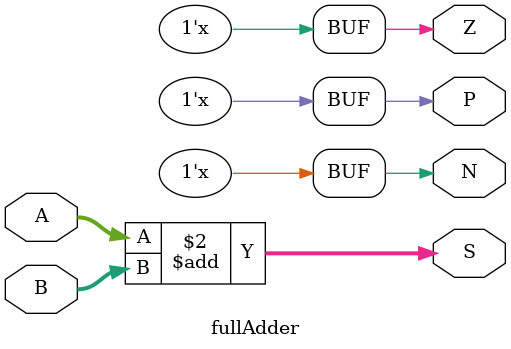
<source format=sv>


//Variáveris de saída lógica:
//Z: Verifica se o resultado é zero
//N: Verifica se o resultado é negativo
//P: Verifica se o resultado é par

//Variável que é setada a quantidade de bits para representação dos valores 
parameter BITS = 8;

module fullAdder
  (input logic signed[BITS-1:0] A, B,
   	output logic signed[BITS-1:0] S,
  	output logic Z,N,P);
 
  always_comb begin 
    
    S <= A + B ;
   	Z <= ~|S;
   	N <= ~S[BITS-1]+1;
   	P <= ~S[0];
    
  end
 
endmodule
</source>
